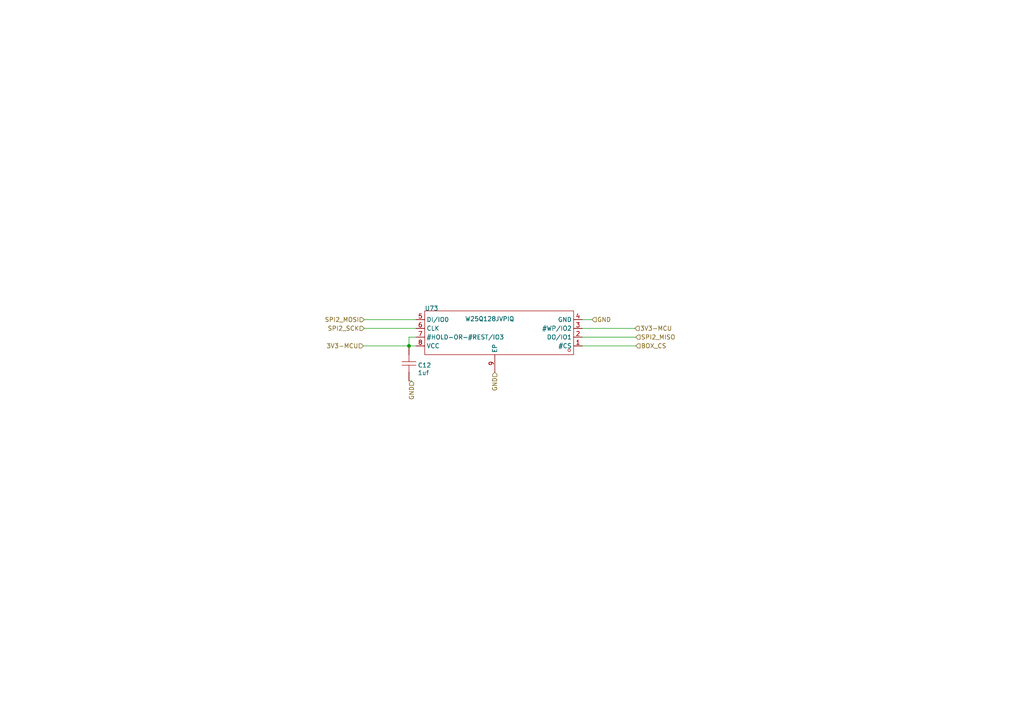
<source format=kicad_sch>
(kicad_sch
	(version 20250114)
	(generator "eeschema")
	(generator_version "9.0")
	(uuid "8e3b3edb-eef3-4cb4-9214-111a34d4d79a")
	(paper "A4")
	(lib_symbols
		(symbol "1_P1-altium-import:root_1_1uf_"
			(pin_numbers
				(hide yes)
			)
			(pin_names
				(hide yes)
			)
			(exclude_from_sim no)
			(in_bom yes)
			(on_board yes)
			(property "Reference" ""
				(at 0 0 0)
				(effects
					(font
						(size 1.27 1.27)
					)
				)
			)
			(property "Value" ""
				(at 0 0 0)
				(effects
					(font
						(size 1.27 1.27)
					)
				)
			)
			(property "Footprint" ""
				(at 0 0 0)
				(effects
					(font
						(size 1.27 1.27)
					)
					(hide yes)
				)
			)
			(property "Datasheet" ""
				(at 0 0 0)
				(effects
					(font
						(size 1.27 1.27)
					)
					(hide yes)
				)
			)
			(property "Description" ""
				(at 0 0 0)
				(effects
					(font
						(size 1.27 1.27)
					)
					(hide yes)
				)
			)
			(property "ki_fp_filters" "*C0201*"
				(at 0 0 0)
				(effects
					(font
						(size 1.27 1.27)
					)
					(hide yes)
				)
			)
			(symbol "root_1_1uf__1_0"
				(polyline
					(pts
						(xy -2.032 0.508) (xy 2.032 0.508)
					)
					(stroke
						(width 0)
						(type solid)
						(color 160 0 0 1)
					)
					(fill
						(type none)
					)
				)
				(polyline
					(pts
						(xy 0 2.54) (xy 0 0.508)
					)
					(stroke
						(width 0)
						(type solid)
						(color 160 0 0 1)
					)
					(fill
						(type none)
					)
				)
				(polyline
					(pts
						(xy 0 -0.508) (xy 0 -2.54)
					)
					(stroke
						(width 0)
						(type solid)
						(color 160 0 0 1)
					)
					(fill
						(type none)
					)
				)
				(polyline
					(pts
						(xy 2.032 -0.508) (xy -2.032 -0.508)
					)
					(stroke
						(width 0)
						(type solid)
						(color 160 0 0 1)
					)
					(fill
						(type none)
					)
				)
				(pin passive line
					(at 0 5.08 270)
					(length 2.54)
					(name "2"
						(effects
							(font
								(size 1.27 1.27)
							)
						)
					)
					(number "2"
						(effects
							(font
								(size 1.27 1.27)
							)
						)
					)
				)
				(pin passive line
					(at 0 -5.08 90)
					(length 2.54)
					(name "1"
						(effects
							(font
								(size 1.27 1.27)
							)
						)
					)
					(number "1"
						(effects
							(font
								(size 1.27 1.27)
							)
						)
					)
				)
			)
			(embedded_fonts no)
		)
		(symbol "1_P1-altium-import:root_2_W25Q128JVPIQ_C190862_"
			(exclude_from_sim no)
			(in_bom yes)
			(on_board yes)
			(property "Reference" ""
				(at 0 0 0)
				(effects
					(font
						(size 1.27 1.27)
					)
				)
			)
			(property "Value" ""
				(at 0 0 0)
				(effects
					(font
						(size 1.27 1.27)
					)
				)
			)
			(property "Footprint" ""
				(at 0 0 0)
				(effects
					(font
						(size 1.27 1.27)
					)
					(hide yes)
				)
			)
			(property "Datasheet" ""
				(at 0 0 0)
				(effects
					(font
						(size 1.27 1.27)
					)
					(hide yes)
				)
			)
			(property "Description" ""
				(at 0 0 0)
				(effects
					(font
						(size 1.27 1.27)
					)
					(hide yes)
				)
			)
			(property "ki_fp_filters" "*WSON-8_L6.0-W5.0-P1.27-BL-EP*"
				(at 0 0 0)
				(effects
					(font
						(size 1.27 1.27)
					)
					(hide yes)
				)
			)
			(symbol "root_2_W25Q128JVPIQ_C190862__1_0"
				(rectangle
					(start -20.32 5.08)
					(end 22.86 -7.62)
					(stroke
						(width 0)
						(type solid)
						(color 160 0 0 1)
					)
					(fill
						(type none)
					)
				)
				(circle
					(center 21.59 -6.35)
					(radius 0.381)
					(stroke
						(width 0)
						(type solid)
						(color 160 0 0 1)
					)
					(fill
						(type none)
					)
				)
				(pin passive line
					(at -22.86 2.54 0)
					(length 2.54)
					(name "DI/IO0"
						(effects
							(font
								(size 1.27 1.27)
							)
						)
					)
					(number "5"
						(effects
							(font
								(size 1.27 1.27)
							)
						)
					)
				)
				(pin passive line
					(at -22.86 0 0)
					(length 2.54)
					(name "CLK"
						(effects
							(font
								(size 1.27 1.27)
							)
						)
					)
					(number "6"
						(effects
							(font
								(size 1.27 1.27)
							)
						)
					)
				)
				(pin passive line
					(at -22.86 -2.54 0)
					(length 2.54)
					(name "#HOLD-OR-#REST/IO3"
						(effects
							(font
								(size 1.27 1.27)
							)
						)
					)
					(number "7"
						(effects
							(font
								(size 1.27 1.27)
							)
						)
					)
				)
				(pin passive line
					(at -22.86 -5.08 0)
					(length 2.54)
					(name "VCC"
						(effects
							(font
								(size 1.27 1.27)
							)
						)
					)
					(number "8"
						(effects
							(font
								(size 1.27 1.27)
							)
						)
					)
				)
				(pin passive line
					(at 0 -12.7 90)
					(length 5.08)
					(name "EP"
						(effects
							(font
								(size 1.27 1.27)
							)
						)
					)
					(number "9"
						(effects
							(font
								(size 1.27 1.27)
							)
						)
					)
				)
				(pin passive line
					(at 25.4 2.54 180)
					(length 2.54)
					(name "GND"
						(effects
							(font
								(size 1.27 1.27)
							)
						)
					)
					(number "4"
						(effects
							(font
								(size 1.27 1.27)
							)
						)
					)
				)
				(pin passive line
					(at 25.4 0 180)
					(length 2.54)
					(name "#WP/IO2"
						(effects
							(font
								(size 1.27 1.27)
							)
						)
					)
					(number "3"
						(effects
							(font
								(size 1.27 1.27)
							)
						)
					)
				)
				(pin passive line
					(at 25.4 -2.54 180)
					(length 2.54)
					(name "DO/IO1"
						(effects
							(font
								(size 1.27 1.27)
							)
						)
					)
					(number "2"
						(effects
							(font
								(size 1.27 1.27)
							)
						)
					)
				)
				(pin passive line
					(at 25.4 -5.08 180)
					(length 2.54)
					(name "#CS"
						(effects
							(font
								(size 1.27 1.27)
							)
						)
					)
					(number "1"
						(effects
							(font
								(size 1.27 1.27)
							)
						)
					)
				)
			)
			(embedded_fonts no)
		)
	)
	(junction
		(at 118.618 100.33)
		(diameter 0)
		(color 0 0 0 0)
		(uuid "8040d155-fdcb-450e-9b70-4f5d706386a7")
	)
	(wire
		(pts
			(xy 105.41 100.33) (xy 118.618 100.33)
		)
		(stroke
			(width 0)
			(type default)
		)
		(uuid "1c2cbacd-dce3-46eb-a94c-21adca69431b")
	)
	(wire
		(pts
			(xy 118.618 97.79) (xy 120.65 97.79)
		)
		(stroke
			(width 0)
			(type default)
		)
		(uuid "1c66880e-bf82-40ac-a389-da054d70970b")
	)
	(wire
		(pts
			(xy 168.91 95.25) (xy 184.15 95.25)
		)
		(stroke
			(width 0)
			(type default)
		)
		(uuid "4e45ea68-9a40-4532-a418-0539f0d26976")
	)
	(wire
		(pts
			(xy 168.91 97.79) (xy 184.404 97.79)
		)
		(stroke
			(width 0)
			(type default)
		)
		(uuid "58c761a1-389d-44c2-bb43-76d1ce46cf7e")
	)
	(wire
		(pts
			(xy 120.65 92.71) (xy 105.664 92.71)
		)
		(stroke
			(width 0)
			(type default)
		)
		(uuid "6d6000a5-2f75-4e45-be1a-f42208ad7c3b")
	)
	(wire
		(pts
			(xy 120.65 100.33) (xy 118.618 100.33)
		)
		(stroke
			(width 0)
			(type default)
		)
		(uuid "9aa4c909-3385-4520-b343-8a5c3a642534")
	)
	(wire
		(pts
			(xy 118.618 110.49) (xy 119.38 110.49)
		)
		(stroke
			(width 0)
			(type default)
		)
		(uuid "d955e412-dadf-48ee-aed9-033b0a6cd181")
	)
	(wire
		(pts
			(xy 118.618 100.33) (xy 118.618 97.79)
		)
		(stroke
			(width 0)
			(type default)
		)
		(uuid "e5f7eb36-f422-449b-ab71-ea8b8362dbea")
	)
	(wire
		(pts
			(xy 168.91 100.33) (xy 184.404 100.33)
		)
		(stroke
			(width 0)
			(type default)
		)
		(uuid "ed2b96fd-f832-487d-a156-7420daa2f6fa")
	)
	(wire
		(pts
			(xy 120.65 95.25) (xy 105.664 95.25)
		)
		(stroke
			(width 0)
			(type default)
		)
		(uuid "f52d89cf-974b-41f9-9691-0c012b6d71e4")
	)
	(wire
		(pts
			(xy 168.91 92.71) (xy 171.704 92.71)
		)
		(stroke
			(width 0)
			(type default)
		)
		(uuid "fa40b00b-aa41-4441-8080-32f0a8a06260")
	)
	(hierarchical_label "3V3-MCU"
		(shape input)
		(at 184.15 95.25 0)
		(effects
			(font
				(size 1.27 1.27)
			)
			(justify left)
		)
		(uuid "0bf64750-3a11-4c6f-82ca-c0da44d55eff")
	)
	(hierarchical_label "BOX_CS"
		(shape input)
		(at 184.404 100.33 0)
		(effects
			(font
				(size 1.27 1.27)
			)
			(justify left)
		)
		(uuid "0e6c992c-9585-437e-83f5-33e76b5cfcb9")
	)
	(hierarchical_label "GND"
		(shape input)
		(at 143.51 107.95 270)
		(effects
			(font
				(size 1.27 1.27)
			)
			(justify right)
		)
		(uuid "16801b3a-f0f1-4ea3-9f4c-d743f23021cb")
	)
	(hierarchical_label "SPI2_MOSI"
		(shape input)
		(at 105.664 92.71 180)
		(effects
			(font
				(size 1.27 1.27)
			)
			(justify right)
		)
		(uuid "1824fd81-1fcf-45f6-9807-846aa3c5839c")
	)
	(hierarchical_label "3V3-MCU"
		(shape input)
		(at 105.41 100.33 180)
		(effects
			(font
				(size 1.27 1.27)
			)
			(justify right)
		)
		(uuid "859bb981-30a1-4d7b-a6be-0c89f1457f2d")
	)
	(hierarchical_label "SPI2_SCK"
		(shape input)
		(at 105.664 95.25 180)
		(effects
			(font
				(size 1.27 1.27)
			)
			(justify right)
		)
		(uuid "ae7645af-e02c-4037-9c41-ad7d2a36b9cf")
	)
	(hierarchical_label "GND"
		(shape input)
		(at 171.704 92.71 0)
		(effects
			(font
				(size 1.27 1.27)
			)
			(justify left)
		)
		(uuid "c0c0b30a-7a0f-4204-81be-3497bda4a359")
	)
	(hierarchical_label "GND"
		(shape input)
		(at 119.38 110.49 270)
		(effects
			(font
				(size 1.27 1.27)
			)
			(justify right)
		)
		(uuid "e1e39a97-43cb-4555-8fa5-a553cfd5a0e1")
	)
	(hierarchical_label "SPI2_MISO"
		(shape input)
		(at 184.404 97.79 0)
		(effects
			(font
				(size 1.27 1.27)
			)
			(justify left)
		)
		(uuid "fdcb466f-cd72-49cb-89b8-afe4ea55dfeb")
	)
	(symbol
		(lib_id "1_P1-altium-import:root_2_W25Q128JVPIQ_C190862_")
		(at 143.51 95.25 0)
		(unit 1)
		(exclude_from_sim no)
		(in_bom yes)
		(on_board yes)
		(dnp no)
		(uuid "46958572-595d-44b9-8747-f9a4df355854")
		(property "Reference" "U73"
			(at 123.19 90.17 0)
			(effects
				(font
					(size 1.27 1.27)
				)
				(justify left bottom)
			)
		)
		(property "Value" "W25Q128JVPIQ"
			(at 134.874 93.218 0)
			(effects
				(font
					(size 1.27 1.27)
				)
				(justify left bottom)
			)
		)
		(property "Footprint" "lcsc:WSON-8_L6.0-W5.0-P1.27-BL-EP"
			(at 143.51 95.25 0)
			(effects
				(font
					(size 1.27 1.27)
				)
				(hide yes)
			)
		)
		(property "Datasheet" ""
			(at 143.51 95.25 0)
			(effects
				(font
					(size 1.27 1.27)
				)
				(hide yes)
			)
		)
		(property "Description" ""
			(at 143.51 95.25 0)
			(effects
				(font
					(size 1.27 1.27)
				)
				(hide yes)
			)
		)
		(property "SYMBOL" "W25Q128JVPIQTR"
			(at 143.51 95.25 0)
			(effects
				(font
					(size 1.27 1.27)
				)
				(justify left bottom)
				(hide yes)
			)
		)
		(property "DEVICE" "W25Q128JVPIQ_C190862"
			(at 143.51 95.25 0)
			(effects
				(font
					(size 1.27 1.27)
				)
				(justify left bottom)
				(hide yes)
			)
		)
		(property "LCSC PART NAME" "W25Q128JVPIQ"
			(at 143.51 95.25 0)
			(effects
				(font
					(size 1.27 1.27)
				)
				(justify left bottom)
				(hide yes)
			)
		)
		(property "SUPPLIER PART" "C190862"
			(at 143.51 95.25 0)
			(effects
				(font
					(size 1.27 1.27)
				)
				(justify left bottom)
				(hide yes)
			)
		)
		(property "MANUFACTURER" "WINBOND(华邦)"
			(at 143.51 95.25 0)
			(effects
				(font
					(size 1.27 1.27)
				)
				(justify left bottom)
				(hide yes)
			)
		)
		(property "MANUFACTURER PART" "W25Q128JVPIQ"
			(at 143.51 95.25 0)
			(effects
				(font
					(size 1.27 1.27)
				)
				(justify left bottom)
				(hide yes)
			)
		)
		(property "SUPPLIER FOOTPRINT" "WSON-8-EP(5x6)"
			(at 143.51 95.25 0)
			(effects
				(font
					(size 1.27 1.27)
				)
				(justify left bottom)
				(hide yes)
			)
		)
		(property "JLCPCB PART CLASS" "扩展库"
			(at 143.51 95.25 0)
			(effects
				(font
					(size 1.27 1.27)
				)
				(justify left bottom)
				(hide yes)
			)
		)
		(property "DATASHEET" "https://atta.szlcsc.com/upload/public/pdf/source/20190705/C401662_06B6D416F67ED315879B366F63A3F7C9.pdf"
			(at 143.51 95.25 0)
			(effects
				(font
					(size 1.27 1.27)
				)
				(justify left bottom)
				(hide yes)
			)
		)
		(property "SUPPLIER" "LCSC"
			(at 143.51 95.25 0)
			(effects
				(font
					(size 1.27 1.27)
				)
				(justify left bottom)
				(hide yes)
			)
		)
		(property "ADD INTO BOM" "yes"
			(at 143.51 95.25 0)
			(effects
				(font
					(size 1.27 1.27)
				)
				(justify left bottom)
				(hide yes)
			)
		)
		(property "CONVERT TO PCB" "yes"
			(at 143.51 95.25 0)
			(effects
				(font
					(size 1.27 1.27)
				)
				(justify left bottom)
				(hide yes)
			)
		)
		(property "MEMORY SIZE" "128Mbit"
			(at 143.51 95.25 0)
			(effects
				(font
					(size 1.27 1.27)
				)
				(justify left bottom)
				(hide yes)
			)
		)
		(property "REUSE BLOCK" ""
			(at 75.946 186.182 0)
			(effects
				(font
					(size 1.27 1.27)
				)
				(justify left bottom)
				(hide yes)
			)
		)
		(property "GROUP ID" ""
			(at 75.946 186.182 0)
			(effects
				(font
					(size 1.27 1.27)
				)
				(justify left bottom)
				(hide yes)
			)
		)
		(property "CHANNEL ID" ""
			(at 75.946 186.182 0)
			(effects
				(font
					(size 1.27 1.27)
				)
				(justify left bottom)
				(hide yes)
			)
		)
		(property "BREAKDOWN VOLTAGE" ""
			(at 143.51 95.25 0)
			(effects
				(font
					(size 1.27 1.27)
				)
				(hide yes)
			)
		)
		(property "MAXIMUM CLAMPING VOLTAGE" ""
			(at 143.51 95.25 0)
			(effects
				(font
					(size 1.27 1.27)
				)
				(hide yes)
			)
		)
		(property "MOUNTING SYTLE" ""
			(at 143.51 95.25 0)
			(effects
				(font
					(size 1.27 1.27)
				)
				(hide yes)
			)
		)
		(property "PEAK PULSE CURRENT (IPP)@10/1000US" ""
			(at 143.51 95.25 0)
			(effects
				(font
					(size 1.27 1.27)
				)
				(hide yes)
			)
		)
		(property "PEAK PULSE POWER DISSIPATION (PPP)@10/1000US" ""
			(at 143.51 95.25 0)
			(effects
				(font
					(size 1.27 1.27)
				)
				(hide yes)
			)
		)
		(property "POLARITY" ""
			(at 143.51 95.25 0)
			(effects
				(font
					(size 1.27 1.27)
				)
				(hide yes)
			)
		)
		(property "POWER(WATTS)" ""
			(at 143.51 95.25 0)
			(effects
				(font
					(size 1.27 1.27)
				)
				(hide yes)
			)
		)
		(property "REVERSE STAND-OFF VOLTAGE (VRWM)" ""
			(at 143.51 95.25 0)
			(effects
				(font
					(size 1.27 1.27)
				)
				(hide yes)
			)
		)
		(pin "5"
			(uuid "749aad03-0ab1-40c7-b8fa-641ad1a5cd57")
		)
		(pin "6"
			(uuid "9c31b580-ded0-4881-b2af-a86337d1169f")
		)
		(pin "2"
			(uuid "c759deaa-0110-4d2a-8de3-3019b8b59965")
		)
		(pin "9"
			(uuid "16edcf4d-40e2-4f89-80f8-4013b7e9fcee")
		)
		(pin "1"
			(uuid "9e52db34-d778-4656-a722-2430ca00f57c")
		)
		(pin "7"
			(uuid "77953336-b303-4052-b58a-82738c95d993")
		)
		(pin "4"
			(uuid "261140ce-6fd1-4566-9b7f-732215721f99")
		)
		(pin "3"
			(uuid "f9b95938-b712-4213-a89e-4918dee9f1e2")
		)
		(pin "8"
			(uuid "efb383b3-1d2d-4deb-bd17-6712b6421471")
		)
		(instances
			(project "hardware"
				(path "/5022a1d8-d19f-465c-a616-d8d6757adef4/bb2b1680-9bb9-43a5-8696-6aef39f13ea4"
					(reference "U73")
					(unit 1)
				)
			)
		)
	)
	(symbol
		(lib_id "1_P1-altium-import:root_1_1uf_")
		(at 118.618 105.41 0)
		(unit 1)
		(exclude_from_sim no)
		(in_bom yes)
		(on_board yes)
		(dnp no)
		(uuid "65621b1e-2d1b-4de4-9f0c-bdf6b10e4a06")
		(property "Reference" "C12"
			(at 121.158 106.67 0)
			(effects
				(font
					(size 1.27 1.27)
				)
				(justify left bottom)
			)
		)
		(property "Value" "1uf"
			(at 121.158 108.855 0)
			(effects
				(font
					(size 1.27 1.27)
				)
				(justify left bottom)
			)
		)
		(property "Footprint" "lcsc:C0201"
			(at 118.618 105.41 0)
			(effects
				(font
					(size 1.27 1.27)
				)
				(hide yes)
			)
		)
		(property "Datasheet" ""
			(at 118.618 105.41 0)
			(effects
				(font
					(size 1.27 1.27)
				)
				(hide yes)
			)
		)
		(property "Description" ""
			(at 118.618 105.41 0)
			(effects
				(font
					(size 1.27 1.27)
				)
				(hide yes)
			)
		)
		(property "SYMBOL" "1uf"
			(at 118.618 105.41 0)
			(effects
				(font
					(size 1.27 1.27)
				)
				(justify left bottom)
				(hide yes)
			)
		)
		(property "DEVICE" "1uf"
			(at 118.618 105.41 0)
			(effects
				(font
					(size 1.27 1.27)
				)
				(justify left bottom)
				(hide yes)
			)
		)
		(property "SUPPLIER PART" ""
			(at 118.618 105.41 0)
			(effects
				(font
					(size 1.27 1.27)
				)
				(justify left bottom)
				(hide yes)
			)
		)
		(property "SUPPLIER" ""
			(at 118.618 105.41 0)
			(effects
				(font
					(size 1.27 1.27)
				)
				(justify left bottom)
				(hide yes)
			)
		)
		(property "MANUFACTURER PART" ""
			(at 118.618 105.41 0)
			(effects
				(font
					(size 1.27 1.27)
				)
				(justify left bottom)
				(hide yes)
			)
		)
		(property "CONVERT TO PCB" "yes"
			(at 118.618 105.41 0)
			(effects
				(font
					(size 1.27 1.27)
				)
				(justify left bottom)
				(hide yes)
			)
		)
		(property "ADD INTO BOM" "yes"
			(at 118.618 105.41 0)
			(effects
				(font
					(size 1.27 1.27)
				)
				(justify left bottom)
				(hide yes)
			)
		)
		(property "ORIGIN FOOTPRINT" "0402-CAP"
			(at 118.618 105.41 0)
			(effects
				(font
					(size 1.27 1.27)
				)
				(justify left bottom)
				(hide yes)
			)
		)
		(property "NAMEALIAS" "Value(F)"
			(at 118.618 105.41 0)
			(effects
				(font
					(size 1.27 1.27)
				)
				(justify left bottom)
				(hide yes)
			)
		)
		(property "CONTRIBUTOR" "LCEDA_Lib"
			(at 118.618 105.41 0)
			(effects
				(font
					(size 1.27 1.27)
				)
				(justify left bottom)
				(hide yes)
			)
		)
		(property "SPICEPRE" "C"
			(at 118.618 105.41 0)
			(effects
				(font
					(size 1.27 1.27)
				)
				(justify left bottom)
				(hide yes)
			)
		)
		(property "SPICESYMBOLNAME" "C_0402_US"
			(at 118.618 105.41 0)
			(effects
				(font
					(size 1.27 1.27)
				)
				(justify left bottom)
				(hide yes)
			)
		)
		(property "REUSE BLOCK" ""
			(at 75.946 186.182 0)
			(effects
				(font
					(size 1.27 1.27)
				)
				(justify left bottom)
				(hide yes)
			)
		)
		(property "GROUP ID" ""
			(at 75.946 186.182 0)
			(effects
				(font
					(size 1.27 1.27)
				)
				(justify left bottom)
				(hide yes)
			)
		)
		(property "CHANNEL ID" ""
			(at 75.946 186.182 0)
			(effects
				(font
					(size 1.27 1.27)
				)
				(justify left bottom)
				(hide yes)
			)
		)
		(property "BREAKDOWN VOLTAGE" ""
			(at 118.618 105.41 0)
			(effects
				(font
					(size 1.27 1.27)
				)
				(hide yes)
			)
		)
		(property "MAXIMUM CLAMPING VOLTAGE" ""
			(at 118.618 105.41 0)
			(effects
				(font
					(size 1.27 1.27)
				)
				(hide yes)
			)
		)
		(property "MOUNTING SYTLE" ""
			(at 118.618 105.41 0)
			(effects
				(font
					(size 1.27 1.27)
				)
				(hide yes)
			)
		)
		(property "PEAK PULSE CURRENT (IPP)@10/1000US" ""
			(at 118.618 105.41 0)
			(effects
				(font
					(size 1.27 1.27)
				)
				(hide yes)
			)
		)
		(property "PEAK PULSE POWER DISSIPATION (PPP)@10/1000US" ""
			(at 118.618 105.41 0)
			(effects
				(font
					(size 1.27 1.27)
				)
				(hide yes)
			)
		)
		(property "POLARITY" ""
			(at 118.618 105.41 0)
			(effects
				(font
					(size 1.27 1.27)
				)
				(hide yes)
			)
		)
		(property "POWER(WATTS)" ""
			(at 118.618 105.41 0)
			(effects
				(font
					(size 1.27 1.27)
				)
				(hide yes)
			)
		)
		(property "REVERSE STAND-OFF VOLTAGE (VRWM)" ""
			(at 118.618 105.41 0)
			(effects
				(font
					(size 1.27 1.27)
				)
				(hide yes)
			)
		)
		(pin "2"
			(uuid "3178c8c9-686b-43a3-b7c1-e5e038e46e10")
		)
		(pin "1"
			(uuid "f52d2b4e-304c-440f-8e48-f92a117df6ad")
		)
		(instances
			(project "hardware"
				(path "/5022a1d8-d19f-465c-a616-d8d6757adef4/bb2b1680-9bb9-43a5-8696-6aef39f13ea4"
					(reference "C12")
					(unit 1)
				)
			)
		)
	)
)

</source>
